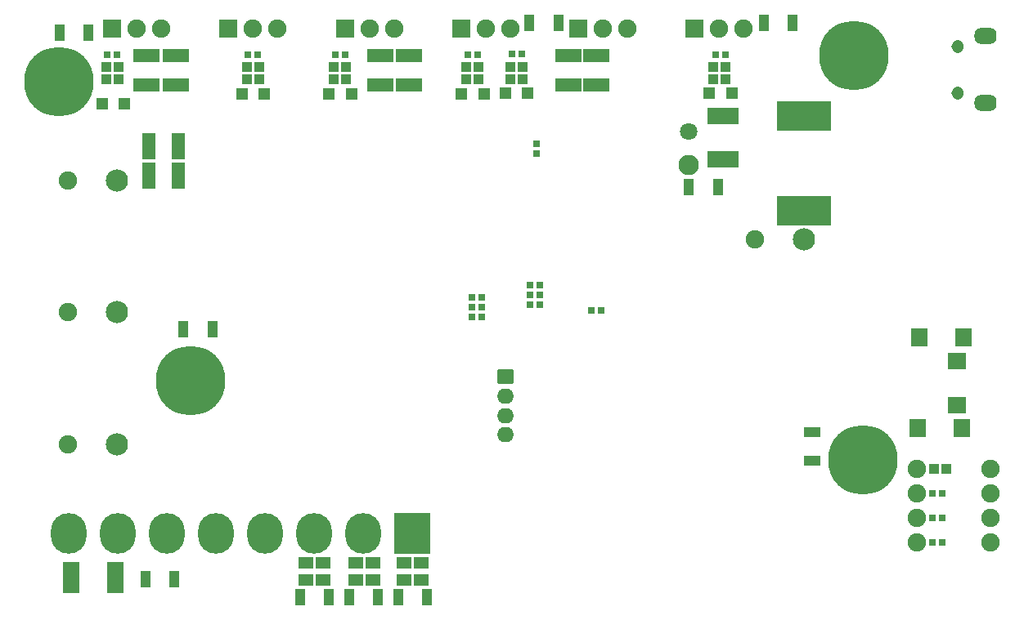
<source format=gbs>
G04*
G04 #@! TF.GenerationSoftware,Altium Limited,Altium Designer,19.1.5 (86)*
G04*
G04 Layer_Color=16711935*
%FSLAX25Y25*%
%MOIN*%
G70*
G01*
G75*
%ADD72R,0.06800X0.07690*%
%ADD90R,0.04954X0.05147*%
%ADD91R,0.04835X0.05107*%
%ADD95R,0.04000X0.04000*%
%ADD96R,0.04000X0.04000*%
%ADD97R,0.03000X0.03000*%
%ADD98R,0.03000X0.03000*%
%ADD100R,0.04400X0.06600*%
%ADD107C,0.07493*%
%ADD108C,0.09068*%
%ADD109C,0.08280*%
%ADD110C,0.07099*%
%ADD111O,0.14580X0.16548*%
%ADD112O,0.14580X0.16548*%
%ADD113R,0.14580X0.16548*%
%ADD114C,0.07493*%
%ADD115R,0.07493X0.07493*%
G04:AMPARAMS|DCode=116|XSize=90mil|YSize=68mil|CornerRadius=27.2mil|HoleSize=0mil|Usage=FLASHONLY|Rotation=0.000|XOffset=0mil|YOffset=0mil|HoleType=Round|Shape=RoundedRectangle|*
%AMROUNDEDRECTD116*
21,1,0.09000,0.01360,0,0,0.0*
21,1,0.03560,0.06800,0,0,0.0*
1,1,0.05440,0.01780,-0.00680*
1,1,0.05440,-0.01780,-0.00680*
1,1,0.05440,-0.01780,0.00680*
1,1,0.05440,0.01780,0.00680*
%
%ADD116ROUNDEDRECTD116*%
%ADD117O,0.05000X0.05400*%
%ADD118O,0.06800X0.06300*%
G04:AMPARAMS|DCode=119|XSize=63mil|YSize=68mil|CornerRadius=10.88mil|HoleSize=0mil|Usage=FLASHONLY|Rotation=270.000|XOffset=0mil|YOffset=0mil|HoleType=Round|Shape=RoundedRectangle|*
%AMROUNDEDRECTD119*
21,1,0.06300,0.04625,0,0,270.0*
21,1,0.04125,0.06800,0,0,270.0*
1,1,0.02175,-0.02313,-0.02063*
1,1,0.02175,-0.02313,0.02063*
1,1,0.02175,0.02313,0.02063*
1,1,0.02175,0.02313,-0.02063*
%
%ADD119ROUNDEDRECTD119*%
%ADD120C,0.28359*%
%ADD198R,0.07690X0.06800*%
%ADD199R,0.12611X0.07060*%
%ADD200R,0.07060X0.12611*%
%ADD201R,0.22060X0.12217*%
%ADD202R,0.10800X0.05800*%
%ADD203R,0.05800X0.10800*%
%ADD204R,0.06600X0.04400*%
%ADD205R,0.06400X0.04600*%
G54D72*
X384500Y112500D02*
D03*
X366500D02*
D03*
X384000Y75500D02*
D03*
X366000D02*
D03*
G54D90*
X189071Y212000D02*
D03*
X125929D02*
D03*
X90429D02*
D03*
X290071Y212100D02*
D03*
X33429Y208000D02*
D03*
X206971Y212100D02*
D03*
G54D91*
X179929Y212000D02*
D03*
X135071D02*
D03*
X99571D02*
D03*
X280929Y212100D02*
D03*
X42571Y208000D02*
D03*
X197829Y212100D02*
D03*
G54D95*
X377500Y59000D02*
D03*
X372500D02*
D03*
G54D96*
X182000Y218000D02*
D03*
Y223000D02*
D03*
X187000D02*
D03*
Y218000D02*
D03*
X133000D02*
D03*
Y223000D02*
D03*
X128000D02*
D03*
Y218000D02*
D03*
X97500D02*
D03*
Y223000D02*
D03*
X92500D02*
D03*
Y218000D02*
D03*
X282500D02*
D03*
Y223000D02*
D03*
X40100Y217900D02*
D03*
Y222900D02*
D03*
X287500Y223000D02*
D03*
Y218000D02*
D03*
X35100Y222900D02*
D03*
Y217900D02*
D03*
X200000Y218000D02*
D03*
Y223000D02*
D03*
X205000D02*
D03*
Y218000D02*
D03*
G54D97*
X376000Y29000D02*
D03*
X372000D02*
D03*
X376000Y39000D02*
D03*
X372000D02*
D03*
X376000Y49000D02*
D03*
X372000D02*
D03*
X184100Y128900D02*
D03*
X188100D02*
D03*
X212000Y126000D02*
D03*
X208000D02*
D03*
X184100Y124900D02*
D03*
X188100D02*
D03*
X212000Y130000D02*
D03*
X208000D02*
D03*
X184100Y120900D02*
D03*
X188100D02*
D03*
X212000Y134000D02*
D03*
X208000D02*
D03*
X233000Y123500D02*
D03*
X237000D02*
D03*
X186500Y228000D02*
D03*
X182500D02*
D03*
X132500D02*
D03*
X128500D02*
D03*
X97000D02*
D03*
X93000D02*
D03*
X39600Y227900D02*
D03*
X35600D02*
D03*
X287500Y228000D02*
D03*
X283500D02*
D03*
X204400Y228100D02*
D03*
X200400D02*
D03*
G54D98*
X210500Y191500D02*
D03*
Y187500D02*
D03*
G54D100*
X145900Y6500D02*
D03*
X134100D02*
D03*
X125900D02*
D03*
X114100D02*
D03*
X165900D02*
D03*
X154100D02*
D03*
X303100Y241000D02*
D03*
X314900D02*
D03*
X207600D02*
D03*
X219400D02*
D03*
X284400Y174000D02*
D03*
X272600D02*
D03*
X62900Y14000D02*
D03*
X51100D02*
D03*
X66600Y116000D02*
D03*
X78400D02*
D03*
X16100Y237000D02*
D03*
X27900D02*
D03*
G54D107*
X19500Y69000D02*
D03*
Y122750D02*
D03*
Y176500D02*
D03*
X299500Y152500D02*
D03*
X365500Y59000D02*
D03*
Y49000D02*
D03*
Y39000D02*
D03*
X395500Y49000D02*
D03*
X365500Y29000D02*
D03*
X395500Y39000D02*
D03*
Y29000D02*
D03*
Y59000D02*
D03*
G54D108*
X39500Y69000D02*
D03*
Y122750D02*
D03*
Y176500D02*
D03*
X319500Y152500D02*
D03*
G54D109*
X272500Y183000D02*
D03*
G54D110*
X272500Y196650D02*
D03*
G54D111*
X20000Y32500D02*
D03*
X40000D02*
D03*
X60000D02*
D03*
X140000D02*
D03*
X80000D02*
D03*
X120000D02*
D03*
G54D112*
X100000D02*
D03*
G54D113*
X160000D02*
D03*
G54D114*
X200000Y238500D02*
D03*
X190000D02*
D03*
X152500D02*
D03*
X142500D02*
D03*
X105000D02*
D03*
X95000D02*
D03*
X295000D02*
D03*
X285000D02*
D03*
X57500D02*
D03*
X47500D02*
D03*
X247500D02*
D03*
X237500D02*
D03*
G54D115*
X180000D02*
D03*
X132500D02*
D03*
X85000D02*
D03*
X275000D02*
D03*
X37500D02*
D03*
X227500D02*
D03*
G54D116*
X393500Y208100D02*
D03*
Y235443D02*
D03*
G54D117*
X382200Y212224D02*
D03*
Y231319D02*
D03*
G54D118*
X198000Y80626D02*
D03*
Y88500D02*
D03*
Y72752D02*
D03*
G54D119*
Y96374D02*
D03*
G54D120*
X343500Y62500D02*
D03*
X340000Y227500D02*
D03*
X16000Y217000D02*
D03*
X69500Y95000D02*
D03*
G54D198*
X382000Y85000D02*
D03*
Y103000D02*
D03*
G54D199*
X286500Y202858D02*
D03*
Y185142D02*
D03*
G54D200*
X38717Y14500D02*
D03*
X21000D02*
D03*
G54D201*
X319500Y164012D02*
D03*
Y202988D02*
D03*
G54D202*
X158500Y215500D02*
D03*
Y227500D02*
D03*
X147000Y215500D02*
D03*
Y227500D02*
D03*
X51500Y215500D02*
D03*
Y227500D02*
D03*
X63500Y215500D02*
D03*
Y227500D02*
D03*
X223500Y215500D02*
D03*
Y227500D02*
D03*
X235000Y215500D02*
D03*
Y227500D02*
D03*
G54D203*
X52500Y190500D02*
D03*
X64500D02*
D03*
X52500Y178500D02*
D03*
X64500D02*
D03*
G54D204*
X323000Y62100D02*
D03*
Y73900D02*
D03*
G54D205*
X144000Y20600D02*
D03*
Y13400D02*
D03*
X137000D02*
D03*
Y20600D02*
D03*
X123500D02*
D03*
Y13400D02*
D03*
X116500D02*
D03*
Y20600D02*
D03*
X163500D02*
D03*
Y13400D02*
D03*
X156500D02*
D03*
Y20600D02*
D03*
M02*

</source>
